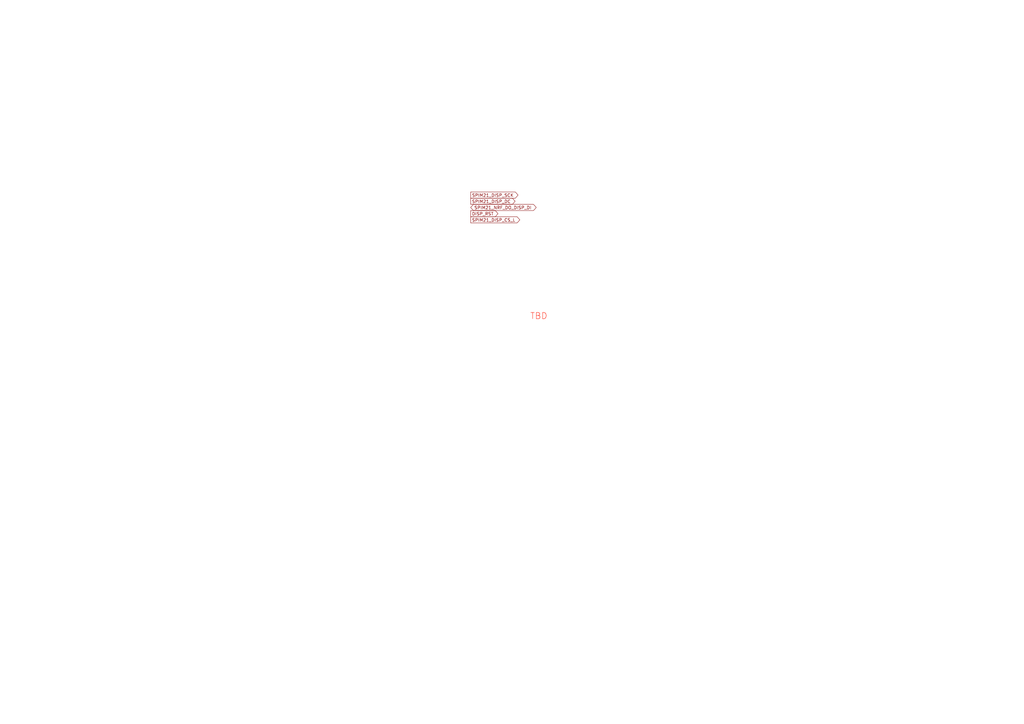
<source format=kicad_sch>
(kicad_sch
	(version 20231120)
	(generator "eeschema")
	(generator_version "8.0")
	(uuid "83f16e5a-244e-4131-82d6-5373311ea401")
	(paper "A3")
	(title_block
		(title "LoRa Meshtastic Radio")
		(rev "Proto")
		(comment 1 "Brendan Bleker")
	)
	(lib_symbols)
	(text "TBD"
		(exclude_from_sim no)
		(at 220.98 129.794 0)
		(effects
			(font
				(size 2.54 2.54)
				(color 255 21 0 1)
			)
		)
		(uuid "e1ea9e94-77d9-47e9-adf3-cda27bc62815")
	)
	(global_label "SPIM21_DISP_SCK"
		(shape output)
		(at 193.04 80.01 0)
		(fields_autoplaced yes)
		(effects
			(font
				(size 1.27 1.27)
			)
			(justify left)
		)
		(uuid "0a03112f-cbaf-40fb-aadf-93a1366298fe")
		(property "Intersheetrefs" "${INTERSHEET_REFS}"
			(at 213.0189 80.01 0)
			(effects
				(font
					(size 1.27 1.27)
				)
				(justify left)
				(hide yes)
			)
		)
	)
	(global_label "SPIM21_NRF_DO_DISP_DI"
		(shape bidirectional)
		(at 193.04 85.09 0)
		(fields_autoplaced yes)
		(effects
			(font
				(size 1.27 1.27)
			)
			(justify left)
		)
		(uuid "4c5a2c57-002d-4e23-8216-d44c909f5fae")
		(property "Intersheetrefs" "${INTERSHEET_REFS}"
			(at 220.4803 85.09 0)
			(effects
				(font
					(size 1.27 1.27)
				)
				(justify left)
				(hide yes)
			)
		)
	)
	(global_label "SPIM21_DISP_DC"
		(shape output)
		(at 193.04 82.55 0)
		(fields_autoplaced yes)
		(effects
			(font
				(size 1.27 1.27)
			)
			(justify left)
		)
		(uuid "4e549cbc-559d-4905-bc65-bb3ba22383ff")
		(property "Intersheetrefs" "${INTERSHEET_REFS}"
			(at 211.8094 82.55 0)
			(effects
				(font
					(size 1.27 1.27)
				)
				(justify left)
				(hide yes)
			)
		)
	)
	(global_label "DISP_RST"
		(shape output)
		(at 193.04 87.63 0)
		(fields_autoplaced yes)
		(effects
			(font
				(size 1.27 1.27)
			)
			(justify left)
		)
		(uuid "8714cae7-ef7d-4c9c-b337-3c03469b8e39")
		(property "Intersheetrefs" "${INTERSHEET_REFS}"
			(at 204.7942 87.63 0)
			(effects
				(font
					(size 1.27 1.27)
				)
				(justify left)
				(hide yes)
			)
		)
	)
	(global_label "SPIM21_DISP_CS_L"
		(shape output)
		(at 193.04 90.17 0)
		(fields_autoplaced yes)
		(effects
			(font
				(size 1.27 1.27)
			)
			(justify left)
		)
		(uuid "fc73d557-39a1-4e8b-92f7-70377dc1e540")
		(property "Intersheetrefs" "${INTERSHEET_REFS}"
			(at 213.7446 90.17 0)
			(effects
				(font
					(size 1.27 1.27)
				)
				(justify left)
				(hide yes)
			)
		)
	)
)

</source>
